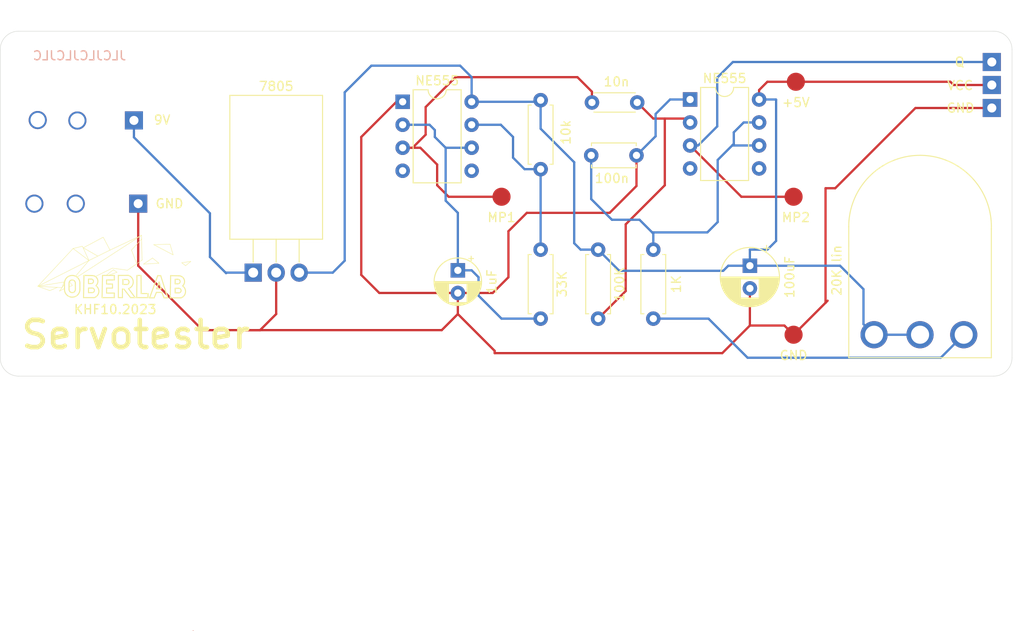
<source format=kicad_pcb>
(kicad_pcb (version 20221018) (generator pcbnew)
  (layers (0 "F.Cu" signal) (31 "B.Cu" signal) (34 "B.Paste" user) (35 "F.Paste" user) (36 "B.SilkS" user "B.Silkscreen") (37 "F.SilkS" user "F.Silkscreen") (38 "B.Mask" user) (39 "F.Mask" user) (44 "Edge.Cuts" user))
  (net 0 "")
  (net 1 "Net-(U3-THR)")
  (net 2 "Net-(U2-GND)")
  (net 3 "Net-(U4-TR)")
  (net 4 "Net-(U3-Q)")
  (net 5 "Net-(R4-Pad1)")
  (net 6 "Net-(U4-DIS)")
  (net 7 "Net-(U2-VO)")
  (net 8 "Net-(U3-DIS)")
  (net 9 "Net-(U1-LP_Vcc)")
  (net 12 "Net-(U4-Q)")
  (footprint "Capacitor_THT:C_Disc_D4.3mm_W1.9mm_P5.00mm" (layer "F.Cu") (at 95.758 87.884 180)
    (fp_text reference "10n" (at 2.286 2.286) (layer "F.SilkS"))
    (fp_text value "10n")
    (pad "1" thru_hole circle (at 0 0 180) (size 1.6 1.6) (drill 0.8) (layers "*.Cu" "*.Mask") (net 3 "Net-(U4-TR)"))
    (pad "2" thru_hole circle (at 5 0 180) (size 1.6 1.6) (drill 0.8) (layers "*.Cu" "*.Mask") (net 4 "Net-(U3-Q)"))
  )
  (footprint "Resistor_THT:R_Axial_DIN0207_L6.3mm_D2.5mm_P7.62mm_Horizontal" (layer "F.Cu") (at 85.09 87.63 -90)
    (fp_text reference "10k" (at 3.556 -2.794 -90) (layer "F.SilkS"))
    (fp_text value "10k")
    (pad "1" thru_hole circle (at 0 0 270) (size 1.6 1.6) (drill 0.8) (layers "*.Cu" "*.Mask") (net 7 "Net-(U2-VO)"))
    (pad "2" thru_hole oval (at 7.62 0 270) (size 1.6 1.6) (drill 0.8) (layers "*.Cu" "*.Mask") (net 8 "Net-(U3-DIS)"))
  )
  (footprint "Resistor_THT:R_Axial_DIN0207_L6.3mm_D2.5mm_P7.62mm_Horizontal" (layer "F.Cu") (at 85.09 104.14 -90)
    (fp_text reference "33K" (at 3.81 -2.37 90) (layer "F.SilkS"))
    (fp_text value "33k")
    (pad "1" thru_hole circle (at 0 0 270) (size 1.6 1.6) (drill 0.8) (layers "*.Cu" "*.Mask") (net 8 "Net-(U3-DIS)"))
    (pad "2" thru_hole oval (at 7.62 0 270) (size 1.6 1.6) (drill 0.8) (layers "*.Cu" "*.Mask") (net 1 "Net-(U3-THR)"))
  )
  (footprint "Resistor_THT:R_Axial_DIN0207_L6.3mm_D2.5mm_P7.62mm_Horizontal" (layer "F.Cu") (at 91.44 104.14 -90)
    (fp_text reference "100K" (at 3.81 -2.37 90) (layer "F.SilkS"))
    (fp_text value "100k")
    (pad "1" thru_hole circle (at 0 0 270) (size 1.6 1.6) (drill 0.8) (layers "*.Cu" "*.Mask") (net 7 "Net-(U2-VO)"))
    (pad "2" thru_hole oval (at 7.62 0 270) (size 1.6 1.6) (drill 0.8) (layers "*.Cu" "*.Mask") (net 3 "Net-(U4-TR)"))
  )
  (footprint "Resistor_THT:R_Axial_DIN0207_L6.3mm_D2.5mm_P7.62mm_Horizontal" (layer "F.Cu") (at 97.536 111.76 90)
    (fp_text reference "1K" (at 3.81 2.54 90) (layer "F.SilkS"))
    (fp_text value "R")
    (pad "1" thru_hole circle (at 0 0 90) (size 1.6 1.6) (drill 0.8) (layers "*.Cu" "*.Mask") (net 5 "Net-(R4-Pad1)"))
    (pad "2" thru_hole oval (at 7.62 0 90) (size 1.6 1.6) (drill 0.8) (layers "*.Cu" "*.Mask") (net 6 "Net-(U4-DIS)"))
  )
  (footprint "Package_DIP:DIP-8_W7.62mm" (layer "F.Cu") (at 69.85 87.8078)
    (fp_text reference "NE555" (at 3.81 -2.33) (layer "F.SilkS"))
    (fp_text value "NE555P")
    (pad "1" thru_hole rect (at 0 0) (size 1.6 1.6) (drill 0.8) (layers "*.Cu" "*.Mask") (net 2 "Net-(U2-GND)"))
    (pad "2" thru_hole oval (at 0 2.54) (size 1.6 1.6) (drill 0.8) (layers "*.Cu" "*.Mask") (net 1 "Net-(U3-THR)"))
    (pad "3" thru_hole oval (at 0 5.08) (size 1.6 1.6) (drill 0.8) (layers "*.Cu" "*.Mask") (net 4 "Net-(U3-Q)"))
    (pad "4" thru_hole oval (at 0 7.62) (size 1.6 1.6) (drill 0.8) (layers "*.Cu" "*.Mask"))
    (pad "5" thru_hole oval (at 7.62 7.62) (size 1.6 1.6) (drill 0.8) (layers "*.Cu" "*.Mask"))
    (pad "6" thru_hole oval (at 7.62 5.08) (size 1.6 1.6) (drill 0.8) (layers "*.Cu" "*.Mask") (net 1 "Net-(U3-THR)"))
    (pad "7" thru_hole oval (at 7.62 2.54) (size 1.6 1.6) (drill 0.8) (layers "*.Cu" "*.Mask") (net 8 "Net-(U3-DIS)"))
    (pad "8" thru_hole oval (at 7.62 0) (size 1.6 1.6) (drill 0.8) (layers "*.Cu" "*.Mask") (net 7 "Net-(U2-VO)"))
  )
  (footprint "Package_DIP:DIP-8_W7.62mm" (layer "F.Cu") (at 101.6 87.5538)
    (fp_text reference "NE555" (at 3.81 -2.33) (layer "F.SilkS"))
    (fp_text value "NE555P")
    (pad "1" thru_hole rect (at 0 0) (size 1.6 1.6) (drill 0.8) (layers "*.Cu" "*.Mask") (net 2 "Net-(U2-GND)"))
    (pad "2" thru_hole oval (at 0 2.54) (size 1.6 1.6) (drill 0.8) (layers "*.Cu" "*.Mask") (net 3 "Net-(U4-TR)"))
    (pad "3" thru_hole oval (at 0 5.08) (size 1.6 1.6) (drill 0.8) (layers "*.Cu" "*.Mask") (net 12 "Net-(U4-Q)"))
    (pad "4" thru_hole oval (at 0 7.62) (size 1.6 1.6) (drill 0.8) (layers "*.Cu" "*.Mask"))
    (pad "5" thru_hole oval (at 7.62 7.62) (size 1.6 1.6) (drill 0.8) (layers "*.Cu" "*.Mask"))
    (pad "6" thru_hole oval (at 7.62 5.08) (size 1.6 1.6) (drill 0.8) (layers "*.Cu" "*.Mask") (net 6 "Net-(U4-DIS)"))
    (pad "7" thru_hole oval (at 7.62 2.54) (size 1.6 1.6) (drill 0.8) (layers "*.Cu" "*.Mask") (net 6 "Net-(U4-DIS)"))
    (pad "8" thru_hole oval (at 7.62 0) (size 1.6 1.6) (drill 0.8) (layers "*.Cu" "*.Mask") (net 7 "Net-(U2-VO)"))
  )
  (footprint "!Goody:LP" (layer "F.Cu") (at 134.9248 83.4136)
    (fp_text reference "VCC" (at -3.5052 2.5908) (layer "F.SilkS"))
    (fp_text value "LP")
    (pad "1" thru_hole rect (at 0 0) (size 2 2) (drill 1) (layers "*.Cu" "*.Mask") (net 12 "Net-(U4-Q)"))
  )
  (footprint "!Goody:LP" (layer "F.Cu") (at 134.9248 85.9536)
    (fp_text reference "Q" (at -3.556 -2.54) (layer "F.SilkS"))
    (fp_text value "LP")
    (pad "1" thru_hole rect (at 0 0) (size 2 2) (drill 1) (layers "*.Cu" "*.Mask") (net 7 "Net-(U2-VO)"))
  )
  (footprint "!Goody:LP" (layer "F.Cu") (at 40.64 99.06)
    (fp_text reference "GND" (at 3.4544 0) (layer "F.SilkS"))
    (fp_text value "LP_GND")
    (pad "1" thru_hole rect (at 0 0) (size 2 2) (drill 1) (layers "*.Cu" "*.Mask") (net 2 "Net-(U2-GND)"))
  )
  (footprint "Package_TO_SOT_THT:TO-220-3_Horizontal_TabDown" (layer "F.Cu") (at 53.34 106.68)
    (fp_text reference "7805" (at 2.54 -20.58) (layer "F.SilkS"))
    (fp_text value "LM78L12_TO92")
    (pad "" np_thru_hole oval (at 2.54 -16.66) (size 3.5 3.5) (drill 3.5) (layers "*.Cu" "*.Mask"))
    (pad "1" thru_hole rect (at 0 0) (size 1.905 2) (drill 1.1) (layers "*.Cu" "*.Mask") (net 9 "Net-(U1-LP_Vcc)"))
    (pad "2" thru_hole oval (at 2.54 0) (size 1.905 2) (drill 1.1) (layers "*.Cu" "*.Mask") (net 2 "Net-(U2-GND)"))
    (pad "3" thru_hole oval (at 5.08 0) (size 1.905 2) (drill 1.1) (layers "*.Cu" "*.Mask") (net 7 "Net-(U2-VO)"))
  )
  (footprint "!Goody:LP" (layer "F.Cu") (at 40.1701 89.8652)
    (fp_text reference "9V" (at 3.1115 -0.0508) (layer "F.SilkS"))
    (fp_text value "LP_VCC")
    (pad "1" thru_hole rect (at 0 0) (size 2 2) (drill 1) (layers "*.Cu" "*.Mask") (net 9 "Net-(U1-LP_Vcc)"))
  )
  (footprint "!Goody:LP_rund" (layer "F.Cu") (at 29.5402 89.8271)
    (fp_text reference " " (at 2.54 -4) (layer "F.SilkS"))
    (fp_text value "LP_rund")
    (pad "1" thru_hole circle (at 0 0) (size 2 2) (drill 1.6) (layers "*.Cu" "*.Mask"))
  )
  (footprint "!Goody:LP_rund" (layer "F.Cu") (at 33.7439 99.06)
    (fp_text reference " " (at 2.54 -4) (layer "F.SilkS"))
    (fp_text value "LP_rund")
    (pad "1" thru_hole circle (at 0 0) (size 2 2) (drill 1.6) (layers "*.Cu" "*.Mask"))
  )
  (footprint "!Goody:LP" (layer "F.Cu") (at 134.9248 88.4936)
    (fp_text reference "GND" (at -3.4544 0) (layer "F.SilkS"))
    (fp_text value "LP")
    (pad "1" thru_hole rect (at 0 0) (size 2 2) (drill 1) (layers "*.Cu" "*.Mask") (net 2 "Net-(U2-GND)"))
  )
  (footprint "Capacitor_THT:CP_Radial_D5.0mm_P2.50mm" (layer "F.Cu") (at 75.946 106.426 -90)
    (fp_text reference "1uF" (at 1.25 -3.75 90) (layer "F.SilkS"))
    (fp_text value "1uF")
    (pad "1" thru_hole rect (at 0 0 270) (size 1.6 1.6) (drill 0.8) (layers "*.Cu" "*.Mask") (net 1 "Net-(U3-THR)"))
    (pad "2" thru_hole circle (at 2.5 0 270) (size 1.6 1.6) (drill 0.8) (layers "*.Cu" "*.Mask") (net 2 "Net-(U2-GND)"))
  )
  (footprint "Capacitor_THT:C_Disc_D4.7mm_W2.5mm_P5.00mm" (layer "F.Cu") (at 90.678 93.726)
    (fp_text reference "100n" (at 2.286 2.54) (layer "F.SilkS"))
    (fp_text value "100n")
    (pad "1" thru_hole circle (at 0 0) (size 1.6 1.6) (drill 0.8) (layers "*.Cu" "*.Mask") (net 6 "Net-(U4-DIS)"))
    (pad "2" thru_hole circle (at 5 0) (size 1.6 1.6) (drill 0.8) (layers "*.Cu" "*.Mask") (net 2 "Net-(U2-GND)"))
  )
  (footprint "Capacitor_THT:CP_Radial_D6.3mm_P2.50mm" (layer "F.Cu") (at 108.204 105.918 -90)
    (fp_text reference "100uF" (at 1.25 -4.4 90) (layer "F.SilkS"))
    (fp_text value "100uF")
    (pad "1" thru_hole rect (at 0 0 270) (size 1.6 1.6) (drill 0.8) (layers "*.Cu" "*.Mask") (net 7 "Net-(U2-VO)"))
    (pad "2" thru_hole circle (at 2.5 0 270) (size 1.6 1.6) (drill 0.8) (layers "*.Cu" "*.Mask") (net 2 "Net-(U2-GND)"))
  )
  (footprint "!Goody:ob-logo_F.SilkS" (layer "F.Cu") (at 38.1 107.188)
    (fp_text reference "G***" hide)
    (fp_text value "LOGO" hide)
  )
  (footprint "!Goody:LP" (layer "F.Cu") (at 80.772 98.298)
    (fp_text reference "LP")
    (fp_text value "LP")
    (pad "1" smd circle (at 0 0) (size 2 2) (layers "F.Cu" "F.Paste" "F.Mask") (net 4 "Net-(U3-Q)"))
  )
  (footprint "!Goody:LP" (layer "F.Cu") (at 113.03 98.298)
    (fp_text reference "LP")
    (fp_text value "LP")
    (pad "1" smd circle (at 0 0) (size 2 2) (layers "F.Cu" "F.Paste" "F.Mask") (net 12 "Net-(U4-Q)"))
  )
  (footprint "!Goody:LP" (layer "F.Cu") (at 113.284 85.598)
    (fp_text reference "LP")
    (fp_text value "LP")
    (pad "1" smd circle (at 0 0) (size 2 2) (layers "F.Cu" "F.Paste" "F.Mask") (net 7 "Net-(U2-VO)"))
  )
  (footprint "!Goody:LP" (layer "F.Cu") (at 121.92 113.538 90)
    (fp_text reference "20K lin" (at 7.112 -4.1148 90) (layer "F.SilkS"))
    (fp_text value "LP")
    (pad "1" thru_hole circle (at 0 0 90) (size 3 3) (drill 2) (layers "*.Cu" "*.Mask") (net 7 "Net-(U2-VO)"))
  )
  (footprint "!Goody:LP" (layer "F.Cu") (at 131.826 113.538)
    (fp_text reference "LP")
    (fp_text value "LP")
    (pad "1" thru_hole circle (at 0 0) (size 3 3) (drill 2) (layers "*.Cu" "*.Mask") (net 5 "Net-(R4-Pad1)"))
  )
  (footprint "!Goody:LP" (layer "F.Cu") (at 113.03 113.538)
    (fp_text reference "LP")
    (fp_text value "LP")
    (pad "1" smd circle (at 0 0) (size 2 2) (layers "F.Cu" "F.Paste" "F.Mask") (net 2 "Net-(U2-GND)"))
  )
  (footprint "!Goody:LP" (layer "F.Cu") (at 127 113.538)
    (fp_text reference "LP")
    (fp_text value "LP")
    (pad "1" thru_hole circle (at 0 0) (size 3 3) (drill 2) (layers "*.Cu" "*.Mask") (net 7 "Net-(U2-VO)"))
  )
  (footprint "!Goody:LP_rund" (layer "F.Cu") (at 33.9217 89.8779)
    (fp_text reference " " (at 2.54 -4) (layer "F.SilkS"))
    (fp_text value "LP_rund")
    (pad "1" thru_hole circle (at 0 0) (size 2 2) (drill 1.6) (layers "*.Cu" "*.Mask"))
  )
  (footprint "!Goody:LP_rund" (layer "F.Cu") (at 29.1719 99.06)
    (fp_text reference " " (at 2.54 -4) (layer "F.SilkS"))
    (fp_text value "LP_rund")
    (pad "1" thru_hole circle (at 0 0) (size 2 2) (drill 1.6) (layers "*.Cu" "*.Mask"))
  )
  (gr_line (start 119.126 116.078) (end 119.121905 101.600001) (stroke (width 0.12)) (layer "F.SilkS"))
  (gr_arc (start 119.121905 101.600001) (mid 127.127016 93.722929) (end 134.873999 101.853999) (stroke (width 0.12)) (layer "F.SilkS"))
  (gr_line (start 134.873999 101.853999) (end 134.874 116.078) (stroke (width 0.12)) (layer "F.SilkS"))
  (gr_line (start 134.874 116.078) (end 119.126 116.078) (stroke (width 0.12)) (layer "F.SilkS"))
  (gr_line (start 25.4 116.078) (end 25.4 82.042) (stroke (width 0.05)) (layer "Edge.Cuts"))
  (gr_arc (start 25.4 82.042) (mid 25.995159 80.605159) (end 27.432 80.01) (stroke (width 0.05)) (layer "Edge.Cuts"))
  (gr_line (start 137.16 82.042) (end 137.16 116.078) (stroke (width 0.05)) (layer "Edge.Cuts"))
  (gr_arc (start 135.128 80.01) (mid 136.564841 80.605159) (end 137.16 82.042) (stroke (width 0.05)) (layer "Edge.Cuts"))
  (gr_line (start 135.128 118.11) (end 27.432 118.11) (stroke (width 0.05)) (layer "Edge.Cuts"))
  (gr_arc (start 137.16 116.078) (mid 136.564841 117.514841) (end 135.128 118.11) (stroke (width 0.05)) (layer "Edge.Cuts"))
  (gr_arc (start 27.432 118.11) (mid 25.995159 117.514841) (end 25.4 116.078) (stroke (width 0.05)) (layer "Edge.Cuts"))
  (gr_line (start 27.432 80.01) (end 135.128 80.01) (stroke (width 0.05)) (layer "Edge.Cuts"))
  (gr_text "JLCJLCJLCJLC" (at 39.4 83.3) (layer "B.SilkS") (effects (font (size 1 1)) (justify left bottom mirror)))
  (gr_text "MP2" (at 113.284 100.584) (layer "F.SilkS") (effects (font (size 1 1))))
  (gr_text "+5V" (at 113.284 87.884) (layer "F.SilkS") (effects (font (size 1 1))))
  (gr_text "KHF10.2023" (at 38.1 110.744) (layer "F.SilkS") (effects (font (size 1 1))))
  (gr_text "Servotester" (at 40.386 113.538) (layer "F.SilkS") (effects (font (size 3 3) (thickness 0.5))))
  (gr_text "GND" (at 113.03 115.824) (layer "F.SilkS") (effects (font (size 1 1))))
  (gr_text "MP1" (at 80.772 100.584) (layer "F.SilkS") (effects (font (size 1 1))))
  (segment (start 74.5998 98.7298) (end 74.5998 92.8878) (width 0.25) (layer "B.Cu") (net 1))
  (segment (start 78.232 109.22) (end 78.232 107.188) (width 0.25) (layer "B.Cu") (net 1))
  (segment (start 74.5998 92.8878) (end 73.406 91.694) (width 0.25) (layer "B.Cu") (net 1))
  (segment (start 75.946 100.076) (end 74.5998 98.7298) (width 0.25) (layer "B.Cu") (net 1))
  (segment (start 78.232 107.188) (end 77.47 106.426) (width 0.25) (layer "B.Cu") (net 1))
  (segment (start 77.47 92.8878) (end 74.5998 92.8878) (width 0.25) (layer "B.Cu") (net 1))
  (segment (start 80.772 111.76) (end 78.232 109.22) (width 0.25) (layer "B.Cu") (net 1))
  (segment (start 73.406 91.694) (end 73.406 90.932) (width 0.25) (layer "B.Cu") (net 1))
  (segment (start 73.406 90.932) (end 72.8218 90.3478) (width 0.25) (layer "B.Cu") (net 1))
  (segment (start 77.47 106.426) (end 75.946 106.426) (width 0.25) (layer "B.Cu") (net 1))
  (segment (start 72.8218 90.3478) (end 69.85 90.3478) (width 0.25) (layer "B.Cu") (net 1))
  (segment (start 85.09 111.76) (end 80.772 111.76) (width 0.25) (layer "B.Cu") (net 1))
  (segment (start 75.946 106.426) (end 75.946 100.076) (width 0.25) (layer "B.Cu") (net 1))
  (segment (start 92.71 100.076) (end 83.566 100.076) (width 0.25) (layer "F.Cu") (net 2))
  (segment (start 80.01 115.316) (end 75.946 111.252) (width 0.25) (layer "F.Cu") (net 2))
  (segment (start 52.578 113.03) (end 54.102 113.03) (width 0.25) (layer "F.Cu") (net 2))
  (segment (start 108.204 112.522) (end 105.156 115.57) (width 0.25) (layer "F.Cu") (net 2))
  (segment (start 40.64 105.918) (end 47.752 113.03) (width 0.25) (layer "F.Cu") (net 2))
  (segment (start 40.64 99.06) (end 40.64 105.918) (width 0.25) (layer "F.Cu") (net 2))
  (segment (start 117.6274 97.3582) (end 116.5606 97.3582) (width 0.25) (layer "F.Cu") (net 2))
  (segment (start 116.5606 97.3582) (end 116.5606 110.0074) (width 0.25) (layer "F.Cu") (net 2))
  (segment (start 55.88 111.252) (end 55.88 106.68) (width 0.25) (layer "F.Cu") (net 2))
  (segment (start 113.03 113.538) (end 116.5606 110.0074) (width 0.25) (layer "F.Cu") (net 2))
  (segment (start 108.204 112.522) (end 112.014 112.522) (width 0.25) (layer "F.Cu") (net 2))
  (segment (start 65.278 91.694) (end 65.278 106.934) (width 0.25) (layer "F.Cu") (net 2))
  (segment (start 80.01 115.57) (end 80.01 115.316) (width 0.25) (layer "F.Cu") (net 2))
  (segment (start 134.9248 88.4936) (end 126.492 88.4936) (width 0.25) (layer "F.Cu") (net 2))
  (segment (start 75.946 108.926) (end 75.946 111.252) (width 0.25) (layer "F.Cu") (net 2))
  (segment (start 95.678 97.108) (end 92.71 100.076) (width 0.25) (layer "F.Cu") (net 2))
  (segment (start 105.156 115.57) (end 80.01 115.57) (width 0.25) (layer "F.Cu") (net 2))
  (segment (start 108.204 108.418) (end 108.204 112.522) (width 0.25) (layer "F.Cu") (net 2))
  (segment (start 54.102 113.03) (end 55.88 111.252) (width 0.25) (layer "F.Cu") (net 2))
  (segment (start 69.1642 87.8078) (end 65.278 91.694) (width 0.25) (layer "F.Cu") (net 2))
  (segment (start 108.204 108.204) (end 108.204 108.418) (width 0.25) (layer "F.Cu") (net 2))
  (segment (start 95.678 93.726) (end 95.678 97.108) (width 0.25) (layer "F.Cu") (net 2))
  (segment (start 116.5606 110.0074) (end 116.7892 109.7788) (width 0.25) (layer "F.Cu") (net 2))
  (segment (start 47.752 113.03) (end 52.578 113.03) (width 0.25) (layer "F.Cu") (net 2))
  (segment (start 69.85 87.8078) (end 69.1642 87.8078) (width 0.25) (layer "F.Cu") (net 2))
  (segment (start 79.796 108.926) (end 75.946 108.926) (width 0.25) (layer "F.Cu") (net 2))
  (segment (start 74.168 113.03) (end 52.578 113.03) (width 0.25) (layer "F.Cu") (net 2))
  (segment (start 81.534 102.108) (end 81.534 107.188) (width 0.25) (layer "F.Cu") (net 2))
  (segment (start 126.492 88.4936) (end 117.6274 97.3582) (width 0.25) (layer "F.Cu") (net 2))
  (segment (start 112.014 112.522) (end 113.03 113.538) (width 0.25) (layer "F.Cu") (net 2))
  (segment (start 83.566 100.076) (end 81.534 102.108) (width 0.25) (layer "F.Cu") (net 2))
  (segment (start 65.278 106.934) (end 67.27 108.926) (width 0.25) (layer "F.Cu") (net 2))
  (segment (start 75.946 111.252) (end 74.168 113.03) (width 0.25) (layer "F.Cu") (net 2))
  (segment (start 81.534 107.188) (end 79.796 108.926) (width 0.25) (layer "F.Cu") (net 2))
  (segment (start 67.27 108.926) (end 75.946 108.926) (width 0.25) (layer "F.Cu") (net 2))
  (segment (start 97.79 89.154) (end 97.79 91.614) (width 0.25) (layer "B.Cu") (net 2))
  (segment (start 97.79 91.614) (end 95.678 93.726) (width 0.25) (layer "B.Cu") (net 2))
  (segment (start 101.6 87.5538) (end 99.3902 87.5538) (width 0.25) (layer "B.Cu") (net 2))
  (segment (start 99.3902 87.5538) (end 97.79 89.154) (width 0.25) (layer "B.Cu") (net 2))
  (segment (start 98.806 97.028) (end 98.806 89.662) (width 0.25) (layer "F.Cu") (net 3))
  (segment (start 91.44 111.76) (end 94.488 108.712) (width 0.25) (layer "F.Cu") (net 3))
  (segment (start 94.488 108.712) (end 94.488 101.346) (width 0.25) (layer "F.Cu") (net 3))
  (segment (start 101.1682 89.662) (end 101.6 90.0938) (width 0.25) (layer "F.Cu") (net 3))
  (segment (start 94.488 101.346) (end 98.806 97.028) (width 0.25) (layer "F.Cu") (net 3))
  (segment (start 98.806 89.662) (end 101.1682 89.662) (width 0.25) (layer "F.Cu") (net 3))
  (segment (start 97.536 89.662) (end 98.806 89.662) (width 0.25) (layer "F.Cu") (net 3))
  (segment (start 95.758 87.884) (end 97.536 89.662) (width 0.25) (layer "F.Cu") (net 3))
  (segment (start 90.758 87.884) (end 90.758 86.694) (width 0.25) (layer "F.Cu") (net 4))
  (segment (start 74.93 98.298) (end 80.772 98.298) (width 0.25) (layer "F.Cu") (net 4))
  (segment (start 89.154 85.09) (end 75.692 85.09) (width 0.25) (layer "F.Cu") (net 4))
  (segment (start 75.692 85.09) (end 72.39 88.392) (width 0.25) (layer "F.Cu") (net 4))
  (segment (start 72.39 91.44) (end 70.9422 92.8878) (width 0.25) (layer "F.Cu") (net 4))
  (segment (start 90.758 86.694) (end 89.154 85.09) (width 0.25) (layer "F.Cu") (net 4))
  (segment (start 71.8058 92.8878) (end 73.66 94.742) (width 0.25) (layer "F.Cu") (net 4))
  (segment (start 73.66 94.742) (end 73.66 97.028) (width 0.25) (layer "F.Cu") (net 4))
  (segment (start 73.66 97.028) (end 74.93 98.298) (width 0.25) (layer "F.Cu") (net 4))
  (segment (start 72.39 88.392) (end 72.39 91.44) (width 0.25) (layer "F.Cu") (net 4))
  (segment (start 70.9422 92.8878) (end 71.8058 92.8878) (width 0.25) (layer "F.Cu") (net 4))
  (segment (start 70.9422 92.8878) (end 69.85 92.8878) (width 0.25) (layer "F.Cu") (net 4))
  (segment (start 97.536 111.76) (end 103.632 111.76) (width 0.25) (layer "B.Cu") (net 5))
  (segment (start 103.632 111.76) (end 107.95 116.078) (width 0.25) (layer "B.Cu") (net 5))
  (segment (start 107.95 116.078) (end 129.286 116.078) (width 0.25) (layer "B.Cu") (net 5))
  (segment (start 129.286 116.078) (end 131.826 113.538) (width 0.25) (layer "B.Cu") (net 5))
  (segment (start 92.964 100.838) (end 96.012 100.838) (width 0.25) (layer "B.Cu") (net 6))
  (segment (start 97.409 102.235) (end 97.536 102.362) (width 0.25) (layer "B.Cu") (net 6))
  (segment (start 106.426 91.186) (end 106.426 92.456) (width 0.25) (layer "B.Cu") (net 6))
  (segment (start 104.648 94.234) (end 104.648 101.092) (width 0.25) (layer "B.Cu") (net 6))
  (segment (start 97.536 102.362) (end 97.536 104.14) (width 0.25) (layer "B.Cu") (net 6))
  (segment (start 103.505 102.235) (end 97.409 102.235) (width 0.25) (layer "B.Cu") (net 6))
  (segment (start 107.5182 90.0938) (end 106.426 91.186) (width 0.25) (layer "B.Cu") (net 6))
  (segment (start 104.648 101.092) (end 103.505 102.235) (width 0.25) (layer "B.Cu") (net 6))
  (segment (start 109.22 92.6338) (end 106.2482 92.6338) (width 0.25) (layer "B.Cu") (net 6))
  (segment (start 106.2482 92.6338) (end 104.648 94.234) (width 0.25) (layer "B.Cu") (net 6))
  (segment (start 90.678 98.552) (end 92.964 100.838) (width 0.25) (layer "B.Cu") (net 6))
  (segment (start 106.426 92.456) (end 106.2482 92.6338) (width 0.25) (layer "B.Cu") (net 6))
  (segment (start 109.22 90.0938) (end 107.5182 90.0938) (width 0.25) (layer "B.Cu") (net 6))
  (segment (start 90.678 93.726) (end 90.678 98.552) (width 0.25) (layer "B.Cu") (net 6))
  (segment (start 96.012 100.838) (end 97.409 102.235) (width 0.25) (layer "B.Cu") (net 6))
  (segment (start 113.284 85.598) (end 110.1344 85.598) (width 0.25) (layer "F.Cu") (net 7))
  (segment (start 130.7084 85.9536) (end 134.9248 85.9536) (width 0.25) (layer "F.Cu") (net 7))
  (segment (start 130.3528 85.598) (end 130.7084 85.9536) (width 0.25) (layer "F.Cu") (net 7))
  (segment (start 110.1344 85.598) (end 109.22 86.5124) (width 0.25) (layer "F.Cu") (net 7))
  (segment (start 113.284 85.598) (end 130.3528 85.598) (width 0.25) (layer "F.Cu") (net 7))
  (segment (start 109.22 86.5124) (end 109.22 87.5538) (width 0.25) (layer "F.Cu") (net 7))
  (segment (start 76.2 83.82) (end 66.3956 83.82) (width 0.25) (layer "B.Cu") (net 7))
  (segment (start 118.1608 105.918) (end 108.204 105.918) (width 0.25) (layer "B.Cu") (net 7))
  (segment (start 121.92 113.538) (end 120.7516 112.3696) (width 0.25) (layer "B.Cu") (net 7))
  (segment (start 105.2576 106.4768) (end 105.8164 105.918) (width 0.25) (layer "B.Cu") (net 7))
  (segment (start 109.22 87.5538) (end 111.0742 87.5538) (width 0.25) (layer "B.Cu") (net 7))
  (segment (start 63.4492 86.7664) (end 63.4492 105.3592) (width 0.25) (layer "B.Cu") (net 7))
  (segment (start 105.8164 105.918) (end 108.204 105.918) (width 0.25) (layer "B.Cu") (net 7))
  (segment (start 85.09 90.7796) (end 88.7984 94.488) (width 0.25) (layer "B.Cu") (net 7))
  (segment (start 77.47 87.8078) (end 84.9122 87.8078) (width 0.25) (layer "B.Cu") (net 7))
  (segment (start 110.1344 104.14) (end 108.204 104.14) (width 0.25) (layer "B.Cu") (net 7))
  (segment (start 111.0996 103.1748) (end 110.1344 104.14) (width 0.25) (layer "B.Cu") (net 7))
  (segment (start 93.7768 106.4768) (end 105.2576 106.4768) (width 0.25) (layer "B.Cu") (net 7))
  (segment (start 77.47 87.8078) (end 77.47 85.09) (width 0.25) (layer "B.Cu") (net 7))
  (segment (start 120.7516 108.5088) (end 118.1608 105.918) (width 0.25) (layer "B.Cu") (net 7))
  (segment (start 120.7516 112.3696) (end 120.7516 108.5088) (width 0.25) (layer "B.Cu") (net 7))
  (segment (start 108.204 105.918) (end 108.204 104.14) (width 0.25) (layer "B.Cu") (net 7))
  (segment (start 62.1284 106.68) (end 58.42 106.68) (width 0.25) (layer "B.Cu") (net 7))
  (segment (start 111.0742 87.5538) (end 111.0996 87.5792) (width 0.25) (layer "B.Cu") (net 7))
  (segment (start 63.4492 105.3592) (end 62.1284 106.68) (width 0.25) (layer "B.Cu") (net 7))
  (segment (start 85.09 87.63) (end 85.09 90.7796) (width 0.25) (layer "B.Cu") (net 7))
  (segment (start 84.9122 87.8078) (end 85.09 87.63) (width 0.25) (layer "B.Cu") (net 7))
  (segment (start 127 113.538) (end 121.92 113.538) (width 0.25) (layer "B.Cu") (net 7))
  (segment (start 77.47 85.09) (end 76.2 83.82) (width 0.25) (layer "B.Cu") (net 7))
  (segment (start 88.7984 94.488) (end 88.7984 103.4288) (width 0.25) (layer "B.Cu") (net 7))
  (segment (start 111.0996 87.5792) (end 111.0996 103.1748) (width 0.25) (layer "B.Cu") (net 7))
  (segment (start 89.5096 104.14) (end 91.44 104.14) (width 0.25) (layer "B.Cu") (net 7))
  (segment (start 66.3956 83.82) (end 63.4492 86.7664) (width 0.25) (layer "B.Cu") (net 7))
  (segment (start 88.7984 103.4288) (end 89.5096 104.14) (width 0.25) (layer "B.Cu") (net 7))
  (segment (start 91.44 104.14) (end 93.7768 106.4768) (width 0.25) (layer "B.Cu") (net 7))
  (segment (start 85.09 104.14) (end 85.09 95.25) (width 0.25) (layer "B.Cu") (net 8))
  (segment (start 83.312 95.25) (end 85.09 95.25) (width 0.25) (layer "B.Cu") (net 8))
  (segment (start 82.042 93.98) (end 83.312 95.25) (width 0.25) (layer "B.Cu") (net 8))
  (segment (start 82.042 91.694) (end 82.042 93.98) (width 0.25) (layer "B.Cu") (net 8))
  (segment (start 80.6958 90.3478) (end 82.042 91.694) (width 0.25) (layer "B.Cu") (net 8))
  (segment (start 77.47 90.3478) (end 80.6958 90.3478) (width 0.25) (layer "B.Cu") (net 8))
  (segment (start 40.1701 91.7321) (end 48.5648 100.1268) (width 0.25) (layer "B.Cu") (net 9))
  (segment (start 50.3428 106.7308) (end 50.3936 106.68) (width 0.25) (layer "B.Cu") (net 9))
  (segment (start 48.5648 104.9528) (end 50.3428 106.7308) (width 0.25) (layer "B.Cu") (net 9))
  (segment (start 50.3936 106.68) (end 53.34 106.68) (width 0.25) (layer "B.Cu") (net 9))
  (segment (start 40.1701 89.8652) (end 40.1701 91.7321) (width 0.25) (layer "B.Cu") (net 9))
  (segment (start 48.5648 100.1268) (end 48.5648 104.9528) (width 0.25) (layer "B.Cu") (net 9))
  (segment (start 101.6 92.6338) (end 107.2642 98.298) (width 0.25) (layer "F.Cu") (net 12))
  (segment (start 107.2642 98.298) (end 113.03 98.298) (width 0.25) (layer "F.Cu") (net 12))
  (segment (start 102.489 92.6338) (end 104.5972 90.5256) (width 0.25) (layer "B.Cu") (net 12))
  (segment (start 106.3244 83.4136) (end 134.9248 83.4136) (width 0.25) (layer "B.Cu") (net 12))
  (segment (start 104.5972 85.1408) (end 106.3244 83.4136) (width 0.25) (layer "B.Cu") (net 12))
  (segment (start 104.5972 90.5256) (end 104.5972 85.1408) (width 0.25) (layer "B.Cu") (net 12))
  (segment (start 101.6 92.6338) (end 102.489 92.6338) (width 0.25) (layer "B.Cu") (net 12))
)
</source>
